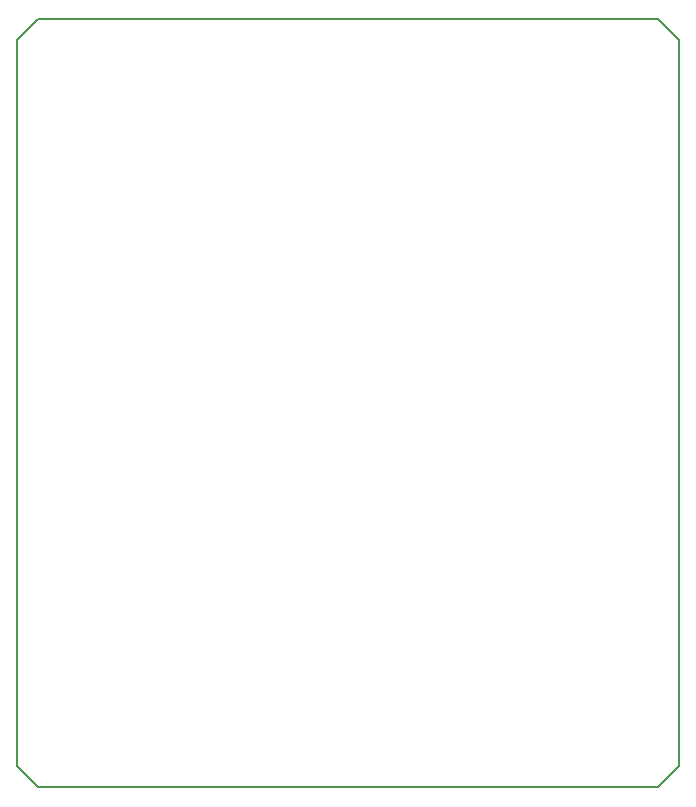
<source format=gbr>
G04 ( created by brdgerber.py ( brdgerber.py v0.1 2014-03-12 ) ) date 2020-07-20 00:47:23 EDT*
G04 Gerber Fmt 3.4, Leading zero omitted, Abs format*
%MOIN*%
%FSLAX34Y34*%
G01*
G70*
G90*
G04 APERTURE LIST*
%ADD12C,0.0000*%
%ADD17C,0.0760*%
%ADD19C,0.0472*%
%ADD14C,0.0642*%
%ADD13C,0.0050*%
%ADD11C,0.2440*%
%ADD16C,0.0787*%
%ADD15C,0.0060*%
%ADD10C,0.0589*%
%ADD18C,0.0200*%
G04 APERTURE END LIST*
G54D12*
D13*
G01X-12824Y12556D02*
G01X-12135Y13245D01*
D13*
G01X-12135Y13245D02*
G01X08535Y13245D01*
D13*
G01X08535Y13245D02*
G01X09224Y12556D01*
D13*
G01X09224Y12556D02*
G01X09224Y-11656D01*
D13*
G01X09224Y-11656D02*
G01X08535Y-12345D01*
D13*
G01X08535Y-12345D02*
G01X-12135Y-12345D01*
D13*
G01X-12135Y-12345D02*
G01X-12824Y-11656D01*
D13*
G01X-12824Y-11656D02*
G01X-12824Y12556D01*
M02*

</source>
